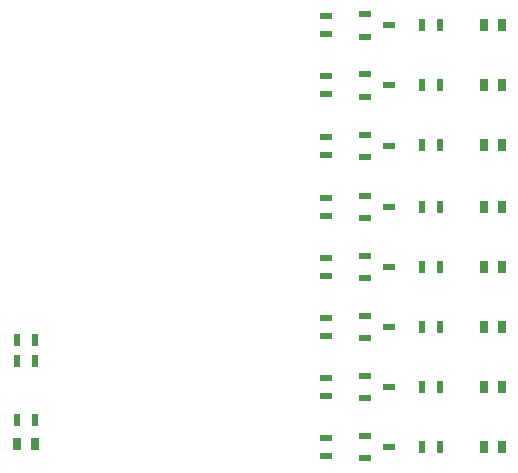
<source format=gtp>
G04*
G04 #@! TF.GenerationSoftware,Altium Limited,Altium Designer,22.11.1 (43)*
G04*
G04 Layer_Color=8421504*
%FSLAX25Y25*%
%MOIN*%
G70*
G04*
G04 #@! TF.SameCoordinates,6D67B21A-DBE7-4323-B212-FBECE55DCE4B*
G04*
G04*
G04 #@! TF.FilePolarity,Positive*
G04*
G01*
G75*
%ADD16R,0.03150X0.03937*%
%ADD17R,0.02400X0.04000*%
%ADD18R,0.03937X0.02362*%
%ADD19R,0.04000X0.02400*%
D16*
X168500Y148500D02*
D03*
X162500D02*
D03*
X168500Y108500D02*
D03*
X162500D02*
D03*
X168500Y88000D02*
D03*
X162500D02*
D03*
Y128500D02*
D03*
X168500D02*
D03*
Y68000D02*
D03*
X162500D02*
D03*
X168500Y28000D02*
D03*
X162500D02*
D03*
X168500Y48000D02*
D03*
X162500D02*
D03*
X168500Y8000D02*
D03*
X162500D02*
D03*
X7000Y9000D02*
D03*
X13000D02*
D03*
D17*
X142000Y108500D02*
D03*
X148000D02*
D03*
X142000Y88000D02*
D03*
X148000D02*
D03*
X142000Y28000D02*
D03*
X148000D02*
D03*
X142000Y8000D02*
D03*
X148000D02*
D03*
X142000Y68000D02*
D03*
X148000D02*
D03*
X142000Y48000D02*
D03*
X148000D02*
D03*
X142000Y148500D02*
D03*
X148000D02*
D03*
X142000Y128500D02*
D03*
X148000D02*
D03*
X7000Y43500D02*
D03*
X13000D02*
D03*
X7000Y36500D02*
D03*
X13000D02*
D03*
X7000Y17000D02*
D03*
X13000D02*
D03*
D18*
X123063Y71740D02*
D03*
Y64260D02*
D03*
X130937Y68000D02*
D03*
X123063Y51740D02*
D03*
Y44260D02*
D03*
X130937Y48000D02*
D03*
X123063Y31740D02*
D03*
Y24260D02*
D03*
X130937Y28000D02*
D03*
Y8000D02*
D03*
X123063Y4260D02*
D03*
Y11740D02*
D03*
X130937Y108260D02*
D03*
X123063Y104520D02*
D03*
Y112000D02*
D03*
X130937Y88000D02*
D03*
X123063Y84260D02*
D03*
Y91740D02*
D03*
Y152240D02*
D03*
Y144760D02*
D03*
X130937Y148500D02*
D03*
Y128500D02*
D03*
X123063Y124760D02*
D03*
Y132240D02*
D03*
D19*
X110000Y51000D02*
D03*
Y45000D02*
D03*
Y91000D02*
D03*
Y85000D02*
D03*
Y71000D02*
D03*
Y65000D02*
D03*
Y31000D02*
D03*
Y25000D02*
D03*
Y11000D02*
D03*
Y5000D02*
D03*
Y105260D02*
D03*
Y111260D02*
D03*
Y131500D02*
D03*
Y125500D02*
D03*
Y145500D02*
D03*
Y151500D02*
D03*
M02*

</source>
